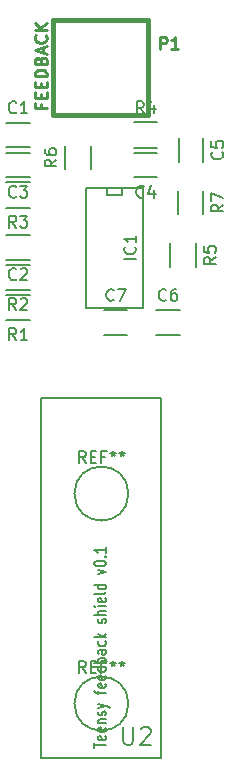
<source format=gto>
G04 #@! TF.FileFunction,Legend,Top*
%FSLAX46Y46*%
G04 Gerber Fmt 4.6, Leading zero omitted, Abs format (unit mm)*
G04 Created by KiCad (PCBNEW 4.0.0-rc2-1-stable) date Friday, February 19, 2016 'amt' 09:33:00 am*
%MOMM*%
G01*
G04 APERTURE LIST*
%ADD10C,0.150000*%
%ADD11C,0.200000*%
%ADD12C,0.381000*%
%ADD13C,0.254000*%
G04 APERTURE END LIST*
D10*
D11*
X25423881Y-76160835D02*
X25423881Y-75703692D01*
X26423881Y-75932263D02*
X25423881Y-75932263D01*
X26376262Y-75132263D02*
X26423881Y-75208453D01*
X26423881Y-75360834D01*
X26376262Y-75437025D01*
X26281024Y-75475120D01*
X25900071Y-75475120D01*
X25804833Y-75437025D01*
X25757214Y-75360834D01*
X25757214Y-75208453D01*
X25804833Y-75132263D01*
X25900071Y-75094168D01*
X25995310Y-75094168D01*
X26090548Y-75475120D01*
X26376262Y-74446549D02*
X26423881Y-74522739D01*
X26423881Y-74675120D01*
X26376262Y-74751311D01*
X26281024Y-74789406D01*
X25900071Y-74789406D01*
X25804833Y-74751311D01*
X25757214Y-74675120D01*
X25757214Y-74522739D01*
X25804833Y-74446549D01*
X25900071Y-74408454D01*
X25995310Y-74408454D01*
X26090548Y-74789406D01*
X25757214Y-74065597D02*
X26423881Y-74065597D01*
X25852452Y-74065597D02*
X25804833Y-74027502D01*
X25757214Y-73951311D01*
X25757214Y-73837025D01*
X25804833Y-73760835D01*
X25900071Y-73722740D01*
X26423881Y-73722740D01*
X26376262Y-73379882D02*
X26423881Y-73303692D01*
X26423881Y-73151311D01*
X26376262Y-73075120D01*
X26281024Y-73037025D01*
X26233405Y-73037025D01*
X26138167Y-73075120D01*
X26090548Y-73151311D01*
X26090548Y-73265596D01*
X26042929Y-73341787D01*
X25947690Y-73379882D01*
X25900071Y-73379882D01*
X25804833Y-73341787D01*
X25757214Y-73265596D01*
X25757214Y-73151311D01*
X25804833Y-73075120D01*
X25757214Y-72770358D02*
X26423881Y-72579882D01*
X25757214Y-72389406D02*
X26423881Y-72579882D01*
X26661976Y-72656073D01*
X26709595Y-72694168D01*
X26757214Y-72770358D01*
X25757214Y-71589406D02*
X25757214Y-71284644D01*
X26423881Y-71475120D02*
X25566738Y-71475120D01*
X25471500Y-71437025D01*
X25423881Y-71360834D01*
X25423881Y-71284644D01*
X26376262Y-70713215D02*
X26423881Y-70789405D01*
X26423881Y-70941786D01*
X26376262Y-71017977D01*
X26281024Y-71056072D01*
X25900071Y-71056072D01*
X25804833Y-71017977D01*
X25757214Y-70941786D01*
X25757214Y-70789405D01*
X25804833Y-70713215D01*
X25900071Y-70675120D01*
X25995310Y-70675120D01*
X26090548Y-71056072D01*
X26376262Y-70027501D02*
X26423881Y-70103691D01*
X26423881Y-70256072D01*
X26376262Y-70332263D01*
X26281024Y-70370358D01*
X25900071Y-70370358D01*
X25804833Y-70332263D01*
X25757214Y-70256072D01*
X25757214Y-70103691D01*
X25804833Y-70027501D01*
X25900071Y-69989406D01*
X25995310Y-69989406D01*
X26090548Y-70370358D01*
X26423881Y-69303692D02*
X25423881Y-69303692D01*
X26376262Y-69303692D02*
X26423881Y-69379882D01*
X26423881Y-69532263D01*
X26376262Y-69608454D01*
X26328643Y-69646549D01*
X26233405Y-69684644D01*
X25947690Y-69684644D01*
X25852452Y-69646549D01*
X25804833Y-69608454D01*
X25757214Y-69532263D01*
X25757214Y-69379882D01*
X25804833Y-69303692D01*
X26423881Y-68922739D02*
X25423881Y-68922739D01*
X25804833Y-68922739D02*
X25757214Y-68846548D01*
X25757214Y-68694167D01*
X25804833Y-68617977D01*
X25852452Y-68579882D01*
X25947690Y-68541786D01*
X26233405Y-68541786D01*
X26328643Y-68579882D01*
X26376262Y-68617977D01*
X26423881Y-68694167D01*
X26423881Y-68846548D01*
X26376262Y-68922739D01*
X26423881Y-67856072D02*
X25900071Y-67856072D01*
X25804833Y-67894167D01*
X25757214Y-67970357D01*
X25757214Y-68122738D01*
X25804833Y-68198929D01*
X26376262Y-67856072D02*
X26423881Y-67932262D01*
X26423881Y-68122738D01*
X26376262Y-68198929D01*
X26281024Y-68237024D01*
X26185786Y-68237024D01*
X26090548Y-68198929D01*
X26042929Y-68122738D01*
X26042929Y-67932262D01*
X25995310Y-67856072D01*
X26376262Y-67132262D02*
X26423881Y-67208452D01*
X26423881Y-67360833D01*
X26376262Y-67437024D01*
X26328643Y-67475119D01*
X26233405Y-67513214D01*
X25947690Y-67513214D01*
X25852452Y-67475119D01*
X25804833Y-67437024D01*
X25757214Y-67360833D01*
X25757214Y-67208452D01*
X25804833Y-67132262D01*
X26423881Y-66789405D02*
X25423881Y-66789405D01*
X26042929Y-66713214D02*
X26423881Y-66484643D01*
X25757214Y-66484643D02*
X26138167Y-66789405D01*
X26376262Y-65570357D02*
X26423881Y-65494167D01*
X26423881Y-65341786D01*
X26376262Y-65265595D01*
X26281024Y-65227500D01*
X26233405Y-65227500D01*
X26138167Y-65265595D01*
X26090548Y-65341786D01*
X26090548Y-65456071D01*
X26042929Y-65532262D01*
X25947690Y-65570357D01*
X25900071Y-65570357D01*
X25804833Y-65532262D01*
X25757214Y-65456071D01*
X25757214Y-65341786D01*
X25804833Y-65265595D01*
X26423881Y-64884643D02*
X25423881Y-64884643D01*
X26423881Y-64541786D02*
X25900071Y-64541786D01*
X25804833Y-64579881D01*
X25757214Y-64656071D01*
X25757214Y-64770357D01*
X25804833Y-64846548D01*
X25852452Y-64884643D01*
X26423881Y-64160833D02*
X25757214Y-64160833D01*
X25423881Y-64160833D02*
X25471500Y-64198928D01*
X25519119Y-64160833D01*
X25471500Y-64122738D01*
X25423881Y-64160833D01*
X25519119Y-64160833D01*
X26376262Y-63475119D02*
X26423881Y-63551309D01*
X26423881Y-63703690D01*
X26376262Y-63779881D01*
X26281024Y-63817976D01*
X25900071Y-63817976D01*
X25804833Y-63779881D01*
X25757214Y-63703690D01*
X25757214Y-63551309D01*
X25804833Y-63475119D01*
X25900071Y-63437024D01*
X25995310Y-63437024D01*
X26090548Y-63817976D01*
X26423881Y-62979881D02*
X26376262Y-63056072D01*
X26281024Y-63094167D01*
X25423881Y-63094167D01*
X26423881Y-62332262D02*
X25423881Y-62332262D01*
X26376262Y-62332262D02*
X26423881Y-62408452D01*
X26423881Y-62560833D01*
X26376262Y-62637024D01*
X26328643Y-62675119D01*
X26233405Y-62713214D01*
X25947690Y-62713214D01*
X25852452Y-62675119D01*
X25804833Y-62637024D01*
X25757214Y-62560833D01*
X25757214Y-62408452D01*
X25804833Y-62332262D01*
X25757214Y-61417975D02*
X26423881Y-61227499D01*
X25757214Y-61037023D01*
X25423881Y-60579880D02*
X25423881Y-60503689D01*
X25471500Y-60427499D01*
X25519119Y-60389404D01*
X25614357Y-60351308D01*
X25804833Y-60313213D01*
X26042929Y-60313213D01*
X26233405Y-60351308D01*
X26328643Y-60389404D01*
X26376262Y-60427499D01*
X26423881Y-60503689D01*
X26423881Y-60579880D01*
X26376262Y-60656070D01*
X26328643Y-60694166D01*
X26233405Y-60732261D01*
X26042929Y-60770356D01*
X25804833Y-60770356D01*
X25614357Y-60732261D01*
X25519119Y-60694166D01*
X25471500Y-60656070D01*
X25423881Y-60579880D01*
X26328643Y-59970356D02*
X26376262Y-59932261D01*
X26423881Y-59970356D01*
X26376262Y-60008451D01*
X26328643Y-59970356D01*
X26423881Y-59970356D01*
X26423881Y-59170356D02*
X26423881Y-59627499D01*
X26423881Y-59398928D02*
X25423881Y-59398928D01*
X25566738Y-59475118D01*
X25661976Y-59551309D01*
X25709595Y-59627499D01*
D10*
X19986500Y-23232000D02*
X17986500Y-23232000D01*
X17986500Y-25282000D02*
X19986500Y-25282000D01*
X17986500Y-37787000D02*
X19986500Y-37787000D01*
X19986500Y-39937000D02*
X17986500Y-39937000D01*
X17986500Y-35247000D02*
X19986500Y-35247000D01*
X19986500Y-37397000D02*
X17986500Y-37397000D01*
X17986500Y-28262000D02*
X19986500Y-28262000D01*
X19986500Y-30412000D02*
X17986500Y-30412000D01*
X17986500Y-34807000D02*
X19986500Y-34807000D01*
X19986500Y-32757000D02*
X17986500Y-32757000D01*
X17986500Y-27822000D02*
X19986500Y-27822000D01*
X19986500Y-25772000D02*
X17986500Y-25772000D01*
X28781500Y-27822000D02*
X30781500Y-27822000D01*
X30781500Y-25772000D02*
X28781500Y-25772000D01*
X34616500Y-26527000D02*
X34616500Y-24527000D01*
X32566500Y-24527000D02*
X32566500Y-26527000D01*
X32686500Y-39107000D02*
X30686500Y-39107000D01*
X30686500Y-41157000D02*
X32686500Y-41157000D01*
X28241500Y-39107000D02*
X26241500Y-39107000D01*
X26241500Y-41157000D02*
X28241500Y-41157000D01*
X29527500Y-38862000D02*
X24701500Y-38862000D01*
X24701500Y-38862000D02*
X24701500Y-28702000D01*
X24701500Y-28702000D02*
X29527500Y-28702000D01*
X29527500Y-28702000D02*
X29527500Y-38862000D01*
X27749500Y-28702000D02*
X27749500Y-29337000D01*
X27749500Y-29337000D02*
X26479500Y-29337000D01*
X26479500Y-29337000D02*
X26479500Y-28702000D01*
X30781500Y-25332000D02*
X28781500Y-25332000D01*
X28781500Y-23182000D02*
X30781500Y-23182000D01*
X31881500Y-35417000D02*
X31881500Y-33417000D01*
X34031500Y-33417000D02*
X34031500Y-35417000D01*
X25141500Y-25162000D02*
X25141500Y-27162000D01*
X22991500Y-27162000D02*
X22991500Y-25162000D01*
X32516500Y-30972000D02*
X32516500Y-28972000D01*
X34666500Y-28972000D02*
X34666500Y-30972000D01*
D12*
X29971500Y-14542000D02*
X21971500Y-14542000D01*
X21971500Y-14542000D02*
X21971500Y-22542000D01*
X21971500Y-22542000D02*
X29971500Y-22542000D01*
X29971500Y-22542000D02*
X29971500Y-14542000D01*
D10*
X20891500Y-76962000D02*
X20891500Y-46482000D01*
X20891500Y-46482000D02*
X31051500Y-46482000D01*
X31051500Y-46482000D02*
X31051500Y-76962000D01*
X31051500Y-76962000D02*
X20891500Y-76962000D01*
X28321000Y-54610000D02*
G75*
G03X28321000Y-54610000I-2286000J0D01*
G01*
X28321000Y-72390000D02*
G75*
G03X28321000Y-72390000I-2286000J0D01*
G01*
X18819834Y-22314143D02*
X18772215Y-22361762D01*
X18629358Y-22409381D01*
X18534120Y-22409381D01*
X18391262Y-22361762D01*
X18296024Y-22266524D01*
X18248405Y-22171286D01*
X18200786Y-21980810D01*
X18200786Y-21837952D01*
X18248405Y-21647476D01*
X18296024Y-21552238D01*
X18391262Y-21457000D01*
X18534120Y-21409381D01*
X18629358Y-21409381D01*
X18772215Y-21457000D01*
X18819834Y-21504619D01*
X19772215Y-22409381D02*
X19200786Y-22409381D01*
X19486500Y-22409381D02*
X19486500Y-21409381D01*
X19391262Y-21552238D01*
X19296024Y-21647476D01*
X19200786Y-21695095D01*
X18819834Y-41614381D02*
X18486500Y-41138190D01*
X18248405Y-41614381D02*
X18248405Y-40614381D01*
X18629358Y-40614381D01*
X18724596Y-40662000D01*
X18772215Y-40709619D01*
X18819834Y-40804857D01*
X18819834Y-40947714D01*
X18772215Y-41042952D01*
X18724596Y-41090571D01*
X18629358Y-41138190D01*
X18248405Y-41138190D01*
X19772215Y-41614381D02*
X19200786Y-41614381D01*
X19486500Y-41614381D02*
X19486500Y-40614381D01*
X19391262Y-40757238D01*
X19296024Y-40852476D01*
X19200786Y-40900095D01*
X18819834Y-39074381D02*
X18486500Y-38598190D01*
X18248405Y-39074381D02*
X18248405Y-38074381D01*
X18629358Y-38074381D01*
X18724596Y-38122000D01*
X18772215Y-38169619D01*
X18819834Y-38264857D01*
X18819834Y-38407714D01*
X18772215Y-38502952D01*
X18724596Y-38550571D01*
X18629358Y-38598190D01*
X18248405Y-38598190D01*
X19200786Y-38169619D02*
X19248405Y-38122000D01*
X19343643Y-38074381D01*
X19581739Y-38074381D01*
X19676977Y-38122000D01*
X19724596Y-38169619D01*
X19772215Y-38264857D01*
X19772215Y-38360095D01*
X19724596Y-38502952D01*
X19153167Y-39074381D01*
X19772215Y-39074381D01*
X18819834Y-32089381D02*
X18486500Y-31613190D01*
X18248405Y-32089381D02*
X18248405Y-31089381D01*
X18629358Y-31089381D01*
X18724596Y-31137000D01*
X18772215Y-31184619D01*
X18819834Y-31279857D01*
X18819834Y-31422714D01*
X18772215Y-31517952D01*
X18724596Y-31565571D01*
X18629358Y-31613190D01*
X18248405Y-31613190D01*
X19153167Y-31089381D02*
X19772215Y-31089381D01*
X19438881Y-31470333D01*
X19581739Y-31470333D01*
X19676977Y-31517952D01*
X19724596Y-31565571D01*
X19772215Y-31660810D01*
X19772215Y-31898905D01*
X19724596Y-31994143D01*
X19676977Y-32041762D01*
X19581739Y-32089381D01*
X19296024Y-32089381D01*
X19200786Y-32041762D01*
X19153167Y-31994143D01*
X18819834Y-36439143D02*
X18772215Y-36486762D01*
X18629358Y-36534381D01*
X18534120Y-36534381D01*
X18391262Y-36486762D01*
X18296024Y-36391524D01*
X18248405Y-36296286D01*
X18200786Y-36105810D01*
X18200786Y-35962952D01*
X18248405Y-35772476D01*
X18296024Y-35677238D01*
X18391262Y-35582000D01*
X18534120Y-35534381D01*
X18629358Y-35534381D01*
X18772215Y-35582000D01*
X18819834Y-35629619D01*
X19200786Y-35629619D02*
X19248405Y-35582000D01*
X19343643Y-35534381D01*
X19581739Y-35534381D01*
X19676977Y-35582000D01*
X19724596Y-35629619D01*
X19772215Y-35724857D01*
X19772215Y-35820095D01*
X19724596Y-35962952D01*
X19153167Y-36534381D01*
X19772215Y-36534381D01*
X18819834Y-29454143D02*
X18772215Y-29501762D01*
X18629358Y-29549381D01*
X18534120Y-29549381D01*
X18391262Y-29501762D01*
X18296024Y-29406524D01*
X18248405Y-29311286D01*
X18200786Y-29120810D01*
X18200786Y-28977952D01*
X18248405Y-28787476D01*
X18296024Y-28692238D01*
X18391262Y-28597000D01*
X18534120Y-28549381D01*
X18629358Y-28549381D01*
X18772215Y-28597000D01*
X18819834Y-28644619D01*
X19153167Y-28549381D02*
X19772215Y-28549381D01*
X19438881Y-28930333D01*
X19581739Y-28930333D01*
X19676977Y-28977952D01*
X19724596Y-29025571D01*
X19772215Y-29120810D01*
X19772215Y-29358905D01*
X19724596Y-29454143D01*
X19676977Y-29501762D01*
X19581739Y-29549381D01*
X19296024Y-29549381D01*
X19200786Y-29501762D01*
X19153167Y-29454143D01*
X29614834Y-29454143D02*
X29567215Y-29501762D01*
X29424358Y-29549381D01*
X29329120Y-29549381D01*
X29186262Y-29501762D01*
X29091024Y-29406524D01*
X29043405Y-29311286D01*
X28995786Y-29120810D01*
X28995786Y-28977952D01*
X29043405Y-28787476D01*
X29091024Y-28692238D01*
X29186262Y-28597000D01*
X29329120Y-28549381D01*
X29424358Y-28549381D01*
X29567215Y-28597000D01*
X29614834Y-28644619D01*
X30471977Y-28882714D02*
X30471977Y-29549381D01*
X30233881Y-28501762D02*
X29995786Y-29216048D01*
X30614834Y-29216048D01*
X36248643Y-25693666D02*
X36296262Y-25741285D01*
X36343881Y-25884142D01*
X36343881Y-25979380D01*
X36296262Y-26122238D01*
X36201024Y-26217476D01*
X36105786Y-26265095D01*
X35915310Y-26312714D01*
X35772452Y-26312714D01*
X35581976Y-26265095D01*
X35486738Y-26217476D01*
X35391500Y-26122238D01*
X35343881Y-25979380D01*
X35343881Y-25884142D01*
X35391500Y-25741285D01*
X35439119Y-25693666D01*
X35343881Y-24788904D02*
X35343881Y-25265095D01*
X35820071Y-25312714D01*
X35772452Y-25265095D01*
X35724833Y-25169857D01*
X35724833Y-24931761D01*
X35772452Y-24836523D01*
X35820071Y-24788904D01*
X35915310Y-24741285D01*
X36153405Y-24741285D01*
X36248643Y-24788904D01*
X36296262Y-24836523D01*
X36343881Y-24931761D01*
X36343881Y-25169857D01*
X36296262Y-25265095D01*
X36248643Y-25312714D01*
X31519834Y-38189143D02*
X31472215Y-38236762D01*
X31329358Y-38284381D01*
X31234120Y-38284381D01*
X31091262Y-38236762D01*
X30996024Y-38141524D01*
X30948405Y-38046286D01*
X30900786Y-37855810D01*
X30900786Y-37712952D01*
X30948405Y-37522476D01*
X30996024Y-37427238D01*
X31091262Y-37332000D01*
X31234120Y-37284381D01*
X31329358Y-37284381D01*
X31472215Y-37332000D01*
X31519834Y-37379619D01*
X32376977Y-37284381D02*
X32186500Y-37284381D01*
X32091262Y-37332000D01*
X32043643Y-37379619D01*
X31948405Y-37522476D01*
X31900786Y-37712952D01*
X31900786Y-38093905D01*
X31948405Y-38189143D01*
X31996024Y-38236762D01*
X32091262Y-38284381D01*
X32281739Y-38284381D01*
X32376977Y-38236762D01*
X32424596Y-38189143D01*
X32472215Y-38093905D01*
X32472215Y-37855810D01*
X32424596Y-37760571D01*
X32376977Y-37712952D01*
X32281739Y-37665333D01*
X32091262Y-37665333D01*
X31996024Y-37712952D01*
X31948405Y-37760571D01*
X31900786Y-37855810D01*
X27074834Y-38189143D02*
X27027215Y-38236762D01*
X26884358Y-38284381D01*
X26789120Y-38284381D01*
X26646262Y-38236762D01*
X26551024Y-38141524D01*
X26503405Y-38046286D01*
X26455786Y-37855810D01*
X26455786Y-37712952D01*
X26503405Y-37522476D01*
X26551024Y-37427238D01*
X26646262Y-37332000D01*
X26789120Y-37284381D01*
X26884358Y-37284381D01*
X27027215Y-37332000D01*
X27074834Y-37379619D01*
X27408167Y-37284381D02*
X28074834Y-37284381D01*
X27646262Y-38284381D01*
X28963881Y-34758190D02*
X27963881Y-34758190D01*
X28868643Y-33710571D02*
X28916262Y-33758190D01*
X28963881Y-33901047D01*
X28963881Y-33996285D01*
X28916262Y-34139143D01*
X28821024Y-34234381D01*
X28725786Y-34282000D01*
X28535310Y-34329619D01*
X28392452Y-34329619D01*
X28201976Y-34282000D01*
X28106738Y-34234381D01*
X28011500Y-34139143D01*
X27963881Y-33996285D01*
X27963881Y-33901047D01*
X28011500Y-33758190D01*
X28059119Y-33710571D01*
X28963881Y-32758190D02*
X28963881Y-33329619D01*
X28963881Y-33043905D02*
X27963881Y-33043905D01*
X28106738Y-33139143D01*
X28201976Y-33234381D01*
X28249595Y-33329619D01*
X29614834Y-22409381D02*
X29281500Y-21933190D01*
X29043405Y-22409381D02*
X29043405Y-21409381D01*
X29424358Y-21409381D01*
X29519596Y-21457000D01*
X29567215Y-21504619D01*
X29614834Y-21599857D01*
X29614834Y-21742714D01*
X29567215Y-21837952D01*
X29519596Y-21885571D01*
X29424358Y-21933190D01*
X29043405Y-21933190D01*
X30471977Y-21742714D02*
X30471977Y-22409381D01*
X30233881Y-21361762D02*
X29995786Y-22076048D01*
X30614834Y-22076048D01*
X35708881Y-34583666D02*
X35232690Y-34917000D01*
X35708881Y-35155095D02*
X34708881Y-35155095D01*
X34708881Y-34774142D01*
X34756500Y-34678904D01*
X34804119Y-34631285D01*
X34899357Y-34583666D01*
X35042214Y-34583666D01*
X35137452Y-34631285D01*
X35185071Y-34678904D01*
X35232690Y-34774142D01*
X35232690Y-35155095D01*
X34708881Y-33678904D02*
X34708881Y-34155095D01*
X35185071Y-34202714D01*
X35137452Y-34155095D01*
X35089833Y-34059857D01*
X35089833Y-33821761D01*
X35137452Y-33726523D01*
X35185071Y-33678904D01*
X35280310Y-33631285D01*
X35518405Y-33631285D01*
X35613643Y-33678904D01*
X35661262Y-33726523D01*
X35708881Y-33821761D01*
X35708881Y-34059857D01*
X35661262Y-34155095D01*
X35613643Y-34202714D01*
X22218881Y-26328666D02*
X21742690Y-26662000D01*
X22218881Y-26900095D02*
X21218881Y-26900095D01*
X21218881Y-26519142D01*
X21266500Y-26423904D01*
X21314119Y-26376285D01*
X21409357Y-26328666D01*
X21552214Y-26328666D01*
X21647452Y-26376285D01*
X21695071Y-26423904D01*
X21742690Y-26519142D01*
X21742690Y-26900095D01*
X21218881Y-25471523D02*
X21218881Y-25662000D01*
X21266500Y-25757238D01*
X21314119Y-25804857D01*
X21456976Y-25900095D01*
X21647452Y-25947714D01*
X22028405Y-25947714D01*
X22123643Y-25900095D01*
X22171262Y-25852476D01*
X22218881Y-25757238D01*
X22218881Y-25566761D01*
X22171262Y-25471523D01*
X22123643Y-25423904D01*
X22028405Y-25376285D01*
X21790310Y-25376285D01*
X21695071Y-25423904D01*
X21647452Y-25471523D01*
X21599833Y-25566761D01*
X21599833Y-25757238D01*
X21647452Y-25852476D01*
X21695071Y-25900095D01*
X21790310Y-25947714D01*
X36343881Y-30138666D02*
X35867690Y-30472000D01*
X36343881Y-30710095D02*
X35343881Y-30710095D01*
X35343881Y-30329142D01*
X35391500Y-30233904D01*
X35439119Y-30186285D01*
X35534357Y-30138666D01*
X35677214Y-30138666D01*
X35772452Y-30186285D01*
X35820071Y-30233904D01*
X35867690Y-30329142D01*
X35867690Y-30710095D01*
X35343881Y-29805333D02*
X35343881Y-29138666D01*
X36343881Y-29567238D01*
D13*
X31000096Y-16969619D02*
X31000096Y-15953619D01*
X31387143Y-15953619D01*
X31483905Y-16002000D01*
X31532286Y-16050381D01*
X31580667Y-16147143D01*
X31580667Y-16292286D01*
X31532286Y-16389048D01*
X31483905Y-16437429D01*
X31387143Y-16485810D01*
X31000096Y-16485810D01*
X32548286Y-16969619D02*
X31967715Y-16969619D01*
X32258001Y-16969619D02*
X32258001Y-15953619D01*
X32161239Y-16098762D01*
X32064477Y-16195524D01*
X31967715Y-16243905D01*
X20882429Y-21656524D02*
X20882429Y-21995190D01*
X21414619Y-21995190D02*
X20398619Y-21995190D01*
X20398619Y-21511381D01*
X20882429Y-21124333D02*
X20882429Y-20785667D01*
X21414619Y-20640524D02*
X21414619Y-21124333D01*
X20398619Y-21124333D01*
X20398619Y-20640524D01*
X20882429Y-20205095D02*
X20882429Y-19866429D01*
X21414619Y-19721286D02*
X21414619Y-20205095D01*
X20398619Y-20205095D01*
X20398619Y-19721286D01*
X21414619Y-19285857D02*
X20398619Y-19285857D01*
X20398619Y-19043952D01*
X20447000Y-18898810D01*
X20543762Y-18802048D01*
X20640524Y-18753667D01*
X20834048Y-18705286D01*
X20979190Y-18705286D01*
X21172714Y-18753667D01*
X21269476Y-18802048D01*
X21366238Y-18898810D01*
X21414619Y-19043952D01*
X21414619Y-19285857D01*
X20882429Y-17931191D02*
X20930810Y-17786048D01*
X20979190Y-17737667D01*
X21075952Y-17689286D01*
X21221095Y-17689286D01*
X21317857Y-17737667D01*
X21366238Y-17786048D01*
X21414619Y-17882810D01*
X21414619Y-18269857D01*
X20398619Y-18269857D01*
X20398619Y-17931191D01*
X20447000Y-17834429D01*
X20495381Y-17786048D01*
X20592143Y-17737667D01*
X20688905Y-17737667D01*
X20785667Y-17786048D01*
X20834048Y-17834429D01*
X20882429Y-17931191D01*
X20882429Y-18269857D01*
X21124333Y-17302238D02*
X21124333Y-16818429D01*
X21414619Y-17399000D02*
X20398619Y-17060333D01*
X21414619Y-16721667D01*
X21317857Y-15802429D02*
X21366238Y-15850810D01*
X21414619Y-15995953D01*
X21414619Y-16092715D01*
X21366238Y-16237857D01*
X21269476Y-16334619D01*
X21172714Y-16383000D01*
X20979190Y-16431381D01*
X20834048Y-16431381D01*
X20640524Y-16383000D01*
X20543762Y-16334619D01*
X20447000Y-16237857D01*
X20398619Y-16092715D01*
X20398619Y-15995953D01*
X20447000Y-15850810D01*
X20495381Y-15802429D01*
X21414619Y-15367000D02*
X20398619Y-15367000D01*
X21414619Y-14786429D02*
X20834048Y-15221857D01*
X20398619Y-14786429D02*
X20979190Y-15367000D01*
D10*
X27876643Y-74362571D02*
X27876643Y-75576857D01*
X27948071Y-75719714D01*
X28019500Y-75791143D01*
X28162357Y-75862571D01*
X28448071Y-75862571D01*
X28590929Y-75791143D01*
X28662357Y-75719714D01*
X28733786Y-75576857D01*
X28733786Y-74362571D01*
X29376643Y-74505429D02*
X29448072Y-74434000D01*
X29590929Y-74362571D01*
X29948072Y-74362571D01*
X30090929Y-74434000D01*
X30162358Y-74505429D01*
X30233786Y-74648286D01*
X30233786Y-74791143D01*
X30162358Y-75005429D01*
X29305215Y-75862571D01*
X30233786Y-75862571D01*
X24701667Y-52014381D02*
X24368333Y-51538190D01*
X24130238Y-52014381D02*
X24130238Y-51014381D01*
X24511191Y-51014381D01*
X24606429Y-51062000D01*
X24654048Y-51109619D01*
X24701667Y-51204857D01*
X24701667Y-51347714D01*
X24654048Y-51442952D01*
X24606429Y-51490571D01*
X24511191Y-51538190D01*
X24130238Y-51538190D01*
X25130238Y-51490571D02*
X25463572Y-51490571D01*
X25606429Y-52014381D02*
X25130238Y-52014381D01*
X25130238Y-51014381D01*
X25606429Y-51014381D01*
X26368334Y-51490571D02*
X26035000Y-51490571D01*
X26035000Y-52014381D02*
X26035000Y-51014381D01*
X26511191Y-51014381D01*
X27035000Y-51014381D02*
X27035000Y-51252476D01*
X26796905Y-51157238D02*
X27035000Y-51252476D01*
X27273096Y-51157238D01*
X26892143Y-51442952D02*
X27035000Y-51252476D01*
X27177858Y-51442952D01*
X27796905Y-51014381D02*
X27796905Y-51252476D01*
X27558810Y-51157238D02*
X27796905Y-51252476D01*
X28035001Y-51157238D01*
X27654048Y-51442952D02*
X27796905Y-51252476D01*
X27939763Y-51442952D01*
X24701667Y-69794381D02*
X24368333Y-69318190D01*
X24130238Y-69794381D02*
X24130238Y-68794381D01*
X24511191Y-68794381D01*
X24606429Y-68842000D01*
X24654048Y-68889619D01*
X24701667Y-68984857D01*
X24701667Y-69127714D01*
X24654048Y-69222952D01*
X24606429Y-69270571D01*
X24511191Y-69318190D01*
X24130238Y-69318190D01*
X25130238Y-69270571D02*
X25463572Y-69270571D01*
X25606429Y-69794381D02*
X25130238Y-69794381D01*
X25130238Y-68794381D01*
X25606429Y-68794381D01*
X26368334Y-69270571D02*
X26035000Y-69270571D01*
X26035000Y-69794381D02*
X26035000Y-68794381D01*
X26511191Y-68794381D01*
X27035000Y-68794381D02*
X27035000Y-69032476D01*
X26796905Y-68937238D02*
X27035000Y-69032476D01*
X27273096Y-68937238D01*
X26892143Y-69222952D02*
X27035000Y-69032476D01*
X27177858Y-69222952D01*
X27796905Y-68794381D02*
X27796905Y-69032476D01*
X27558810Y-68937238D02*
X27796905Y-69032476D01*
X28035001Y-68937238D01*
X27654048Y-69222952D02*
X27796905Y-69032476D01*
X27939763Y-69222952D01*
M02*

</source>
